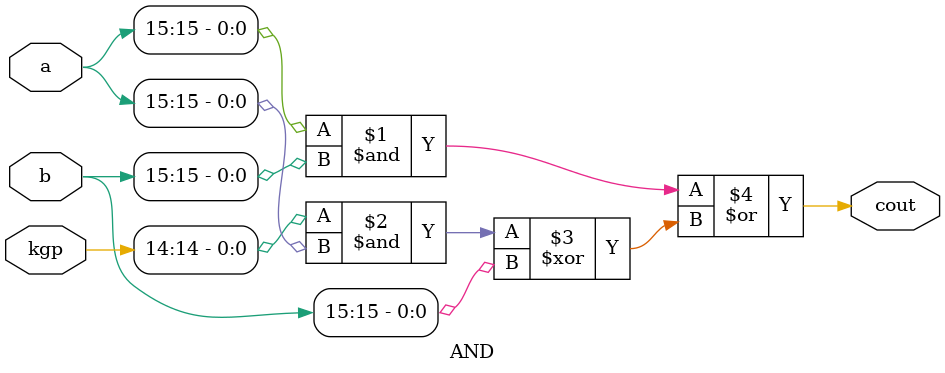
<source format=v>
module AND(output cout, input [15:0]a, input [15:0]b, input [15:0]kgp);

assign cout = (a[15] & b[15]) | (kgp[14] & a[15] ^ b[15]);

endmodule
</source>
